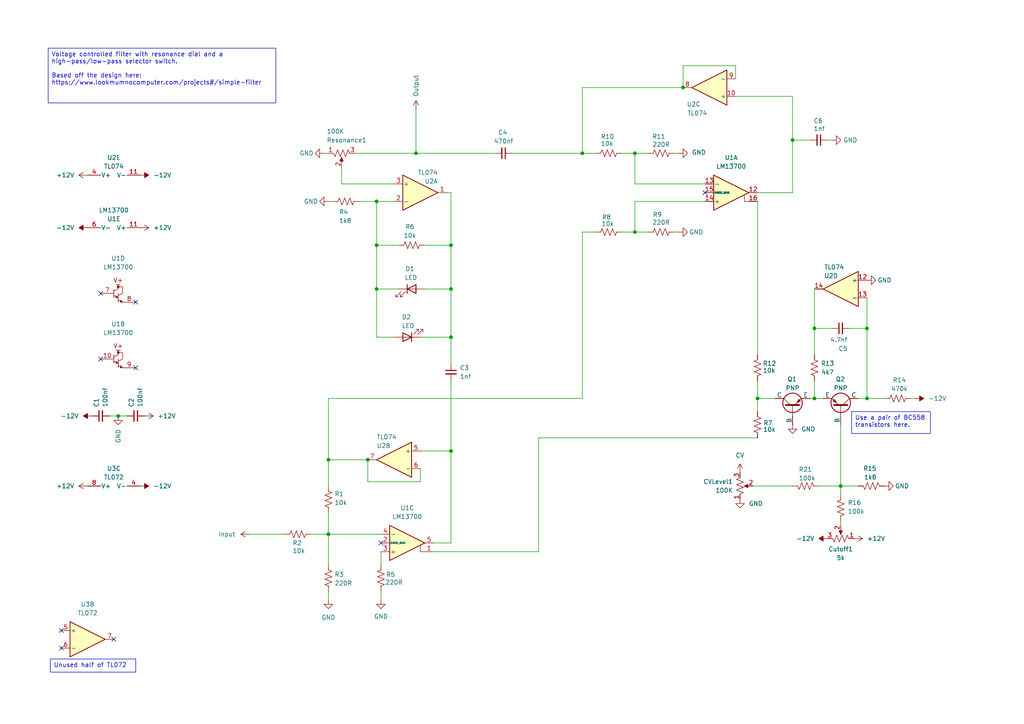
<source format=kicad_sch>
(kicad_sch (version 20231120) (generator "eeschema") (generator_version "8.0")
  (paper "A4")
  (lib_symbols
    (symbol "Amplifier_Operational:LM13700" (pin_names (offset 0.127))
      (property "Reference" "U" (at 3.81 5.08 0))
      (property "Value" "LM13700" (at 5.08 -5.08 0))
      (symbol "LM13700_1_1"
        (polyline (pts (xy 3.81 -0.635) (xy 3.81 -2.54) (xy 5.08 -2.54)))
        (polyline (pts (xy 5.08 0) (xy -5.08 -5.08) (xy -5.08 5.08) (xy 5.08 0)) (stroke (width 0.254)) (fill (type background)))
        (pin output line (at 7.62 0 180) (length 2.54) (name "~") (number "12"))
        (pin input line (at -7.62 2.54 0) (length 2.54) (name "-") (number "13"))
        (pin input line (at -7.62 -2.54 0) (length 2.54) (name "+") (number "14"))
        (pin input line (at -7.62 0 0) (length 2.54) (name "DIODE_BIAS") (number "15"))
        (pin input line (at 7.62 -2.54 180) (length 2.54) (name "~") (number "16"))
      )
      (symbol "LM13700_2_0"
        (polyline (pts (xy -1.905 2.54) (xy -3.175 2.54)))
      )
      (symbol "LM13700_2_1"
        (circle (center -2.54 1.905) (radius 0.254) (stroke (width 0.254)) (fill (type outline)))
        (polyline (pts (xy -3.81 -0.635) (xy -2.54 -1.27)))
        (polyline (pts (xy -3.81 1.27) (xy -3.81 -1.27)))
        (polyline (pts (xy -2.54 -1.905) (xy -1.27 -2.54)))
        (polyline (pts (xy -2.54 0) (xy -2.54 -2.54)))
        (polyline (pts (xy -3.81 0.635) (xy -2.54 1.27) (xy -2.54 1.905) (xy -2.54 2.54)))
        (polyline (pts (xy -2.54 -1.27) (xy -3.175 -0.635) (xy -3.175 -1.27) (xy -2.54 -1.27)) (fill (type outline)))
        (polyline (pts (xy -2.54 -0.635) (xy -1.27 0) (xy -1.27 1.905) (xy -2.54 1.905)))
        (polyline (pts (xy -1.27 -2.54) (xy -1.905 -1.905) (xy -1.905 -2.54) (xy -1.27 -2.54)) (fill (type outline)))
        (text "V+" (at -2.54 3.81 0) (effects (font (size 1.27 1.27))))
        (pin input line (at -7.62 0 0) (length 3.81) (name "~") (number "10"))
        (pin output line (at 2.54 -2.54 180) (length 3.81) (name "~") (number "9"))
      )
      (symbol "LM13700_3_1"
        (polyline (pts (xy 3.81 -0.635) (xy 3.81 -2.54) (xy 5.08 -2.54)))
        (polyline (pts (xy 5.08 0) (xy -5.08 -5.08) (xy -5.08 5.08) (xy 5.08 0)) (stroke (width 0.254)) (fill (type background)))
        (pin input line (at 7.62 -2.54 180) (length 2.54) (name "~") (number "1"))
        (pin input line (at -7.62 0 0) (length 2.54) (name "DIODE_BIAS") (number "2"))
        (pin input line (at -7.62 -2.54 0) (length 2.54) (name "+") (number "3"))
        (pin input line (at -7.62 2.54 0) (length 2.54) (name "-") (number "4"))
        (pin output line (at 7.62 0 180) (length 2.54) (name "~") (number "5"))
      )
      (symbol "LM13700_4_0"
        (polyline (pts (xy -3.175 2.54) (xy -1.905 2.54)))
        (text "V+" (at -2.54 3.81 0) (effects (font (size 1.27 1.27))))
      )
      (symbol "LM13700_4_1"
        (circle (center -2.54 1.905) (radius 0.254) (stroke (width 0.254)) (fill (type outline)))
        (polyline (pts (xy -3.81 -0.635) (xy -2.54 -1.27)))
        (polyline (pts (xy -3.81 1.27) (xy -3.81 -1.27)))
        (polyline (pts (xy -2.54 -1.905) (xy -1.27 -2.54)))
        (polyline (pts (xy -2.54 0) (xy -2.54 -2.54)))
        (polyline (pts (xy -3.81 0.635) (xy -2.54 1.27) (xy -2.54 2.54)))
        (polyline (pts (xy -2.54 -1.27) (xy -3.175 -0.635) (xy -3.175 -1.27) (xy -2.54 -1.27)) (fill (type outline)))
        (polyline (pts (xy -2.54 -0.635) (xy -1.27 0) (xy -1.27 1.905) (xy -2.54 1.905)))
        (polyline (pts (xy -1.27 -2.54) (xy -1.905 -1.905) (xy -1.905 -2.54) (xy -1.27 -2.54)) (fill (type outline)))
        (pin input line (at -7.62 0 0) (length 3.81) (name "~") (number "7"))
        (pin output line (at 2.54 -2.54 180) (length 3.81) (name "~") (number "8"))
      )
      (symbol "LM13700_5_1"
        (pin power_in line (at -2.54 7.62 270) (length 3.81) (name "V+") (number "11"))
        (pin power_in line (at -2.54 -7.62 90) (length 3.81) (name "V-") (number "6"))
      )
    )
    (symbol "Amplifier_Operational:TL072" (pin_names (offset 0.127))
      (property "Reference" "U" (at 0 5.08 0))
      (property "Value" "TL072" (at 0 -5.08 0))
      (symbol "TL072_1_1"
        (polyline (pts (xy -5.08 5.08) (xy 5.08 0) (xy -5.08 -5.08) (xy -5.08 5.08)) (stroke (width 0.254)) (fill (type background)))
        (pin output line (at 7.62 0 180) (length 2.54) (name "~") (number "1"))
        (pin input line (at -7.62 -2.54 0) (length 2.54) (name "-") (number "2"))
        (pin input line (at -7.62 2.54 0) (length 2.54) (name "+") (number "3"))
      )
      (symbol "TL072_2_1"
        (polyline (pts (xy -5.08 5.08) (xy 5.08 0) (xy -5.08 -5.08) (xy -5.08 5.08)) (stroke (width 0.254)) (fill (type background)))
        (pin input line (at -7.62 2.54 0) (length 2.54) (name "+") (number "5"))
        (pin input line (at -7.62 -2.54 0) (length 2.54) (name "-") (number "6"))
        (pin output line (at 7.62 0 180) (length 2.54) (name "~") (number "7"))
      )
      (symbol "TL072_3_1"
        (pin power_in line (at -2.54 -7.62 90) (length 3.81) (name "V-") (number "4"))
        (pin power_in line (at -2.54 7.62 270) (length 3.81) (name "V+") (number "8"))
      )
    )
    (symbol "Amplifier_Operational:TL074" (pin_names (offset 0.127))
      (property "Reference" "U" (at 0 5.08 0))
      (property "Value" "TL074" (at 0 -5.08 0))
      (symbol "TL074_1_1"
        (polyline (pts (xy -5.08 5.08) (xy 5.08 0) (xy -5.08 -5.08) (xy -5.08 5.08)) (stroke (width 0.254)) (fill (type background)))
        (pin output line (at 7.62 0 180) (length 2.54) (name "~") (number "1"))
        (pin input line (at -7.62 -2.54 0) (length 2.54) (name "-") (number "2"))
        (pin input line (at -7.62 2.54 0) (length 2.54) (name "+") (number "3"))
      )
      (symbol "TL074_2_1"
        (polyline (pts (xy -5.08 5.08) (xy 5.08 0) (xy -5.08 -5.08) (xy -5.08 5.08)) (stroke (width 0.254)) (fill (type background)))
        (pin input line (at -7.62 2.54 0) (length 2.54) (name "+") (number "5"))
        (pin input line (at -7.62 -2.54 0) (length 2.54) (name "-") (number "6"))
        (pin output line (at 7.62 0 180) (length 2.54) (name "~") (number "7"))
      )
      (symbol "TL074_3_1"
        (polyline (pts (xy -5.08 5.08) (xy 5.08 0) (xy -5.08 -5.08) (xy -5.08 5.08)) (stroke (width 0.254)) (fill (type background)))
        (pin input line (at -7.62 2.54 0) (length 2.54) (name "+") (number "10"))
        (pin output line (at 7.62 0 180) (length 2.54) (name "~") (number "8"))
        (pin input line (at -7.62 -2.54 0) (length 2.54) (name "-") (number "9"))
      )
      (symbol "TL074_4_1"
        (polyline (pts (xy -5.08 5.08) (xy 5.08 0) (xy -5.08 -5.08) (xy -5.08 5.08)) (stroke (width 0.254)) (fill (type background)))
        (pin input line (at -7.62 2.54 0) (length 2.54) (name "+") (number "12"))
        (pin input line (at -7.62 -2.54 0) (length 2.54) (name "-") (number "13"))
        (pin output line (at 7.62 0 180) (length 2.54) (name "~") (number "14"))
      )
      (symbol "TL074_5_1"
        (pin power_in line (at -2.54 -7.62 90) (length 3.81) (name "V-") (number "11"))
        (pin power_in line (at -2.54 7.62 270) (length 3.81) (name "V+") (number "4"))
      )
    )
    (symbol "Device:C_Small" (pin_numbers hide) (pin_names (offset 0.254) hide)
      (property "Reference" "C" (at 0.254 1.778 0))
      (property "Value" "C_Small" (at 0.254 -2.032 0))
      (symbol "C_Small_0_1"
        (polyline (pts (xy -1.524 -0.508) (xy 1.524 -0.508)) (stroke (width 0.3302)))
        (polyline (pts (xy -1.524 0.508) (xy 1.524 0.508)) (stroke (width 0.3048)))
      )
      (symbol "C_Small_1_1"
        (pin passive line (at 0 2.54 270) (length 2.032) (name "~") (number "1"))
        (pin passive line (at 0 -2.54 90) (length 2.032) (name "~") (number "2"))
      )
    )
    (symbol "Device:LED" (pin_numbers hide) (pin_names (offset 1.016) hide)
      (property "Reference" "D" (at 0 2.54 0))
      (property "Value" "LED" (at 0 -2.54 0))
      (symbol "LED_0_1"
        (polyline (pts (xy -1.27 -1.27) (xy -1.27 1.27)) (stroke (width 0.254)))
        (polyline (pts (xy -1.27 0) (xy 1.27 0)))
        (polyline (pts (xy 1.27 -1.27) (xy 1.27 1.27) (xy -1.27 0) (xy 1.27 -1.27)) (stroke (width 0.254)))
        (polyline (pts (xy -3.048 -0.762) (xy -4.572 -2.286) (xy -3.81 -2.286) (xy -4.572 -2.286) (xy -4.572 -1.524)))
        (polyline (pts (xy -1.778 -0.762) (xy -3.302 -2.286) (xy -2.54 -2.286) (xy -3.302 -2.286) (xy -3.302 -1.524)))
      )
      (symbol "LED_1_1"
        (pin passive line (at -3.81 0 0) (length 2.54) (name "K") (number "1"))
        (pin passive line (at 3.81 0 180) (length 2.54) (name "A") (number "2"))
      )
    )
    (symbol "Device:R_Potentiometer_US" (pin_names (offset 1.016) hide)
      (property "Reference" "RV" (at -4.445 0 90))
      (property "Value" "R_Potentiometer_US" (at -2.54 0 90))
      (symbol "R_Potentiometer_US_0_1"
        (polyline (pts (xy 0 -2.286) (xy 0 -2.54)))
        (polyline (pts (xy 0 2.54) (xy 0 2.286)))
        (polyline (pts (xy 2.54 0) (xy 1.524 0)))
        (polyline (pts (xy 1.143 0) (xy 2.286 0.508) (xy 2.286 -0.508) (xy 1.143 0)) (fill (type outline)))
        (polyline (pts (xy 0 -0.762) (xy 1.016 -1.143) (xy 0 -1.524) (xy -1.016 -1.905) (xy 0 -2.286)))
        (polyline (pts (xy 0 0.762) (xy 1.016 0.381) (xy 0 0) (xy -1.016 -0.381) (xy 0 -0.762)))
        (polyline (pts (xy 0 2.286) (xy 1.016 1.905) (xy 0 1.524) (xy -1.016 1.143) (xy 0 0.762)))
      )
      (symbol "R_Potentiometer_US_1_1"
        (pin passive line (at 0 3.81 270) (length 1.27) (name "1") (number "1"))
        (pin passive line (at 3.81 0 180) (length 1.27) (name "2") (number "2"))
        (pin passive line (at 0 -3.81 90) (length 1.27) (name "3") (number "3"))
      )
    )
    (symbol "Device:R_US" (pin_numbers hide) (pin_names (offset 0))
      (property "Reference" "R" (at 2.54 0 90))
      (property "Value" "R_US" (at -2.54 0 90))
      (symbol "R_US_0_1"
        (polyline (pts (xy 0 -2.286) (xy 0 -2.54)))
        (polyline (pts (xy 0 2.286) (xy 0 2.54)))
        (polyline (pts (xy 0 -0.762) (xy 1.016 -1.143) (xy 0 -1.524) (xy -1.016 -1.905) (xy 0 -2.286)))
        (polyline (pts (xy 0 0.762) (xy 1.016 0.381) (xy 0 0) (xy -1.016 -0.381) (xy 0 -0.762)))
        (polyline (pts (xy 0 2.286) (xy 1.016 1.905) (xy 0 1.524) (xy -1.016 1.143) (xy 0 0.762)))
      )
      (symbol "R_US_1_1"
        (pin passive line (at 0 3.81 270) (length 1.27) (name "~") (number "1"))
        (pin passive line (at 0 -3.81 90) (length 1.27) (name "~") (number "2"))
      )
    )
    (symbol "Simulation_SPICE:PNP" (pin_numbers hide) (pin_names (offset 0))
      (property "Reference" "Q" (at -2.54 7.62 0))
      (property "Value" "PNP" (at -2.54 5.08 0))
      (symbol "PNP_0_1"
        (polyline (pts (xy -2.54 0) (xy 0.635 0)) (stroke (width 0.1524)))
        (polyline (pts (xy 0.635 0.635) (xy 2.54 2.54)))
        (polyline (pts (xy 0.635 -0.635) (xy 2.54 -2.54) (xy 2.54 -2.54)))
        (polyline (pts (xy 0.635 1.905) (xy 0.635 -1.905) (xy 0.635 -1.905)) (stroke (width 0.508)))
        (polyline (pts (xy 2.286 -1.778) (xy 1.778 -2.286) (xy 1.27 -1.27) (xy 2.286 -1.778) (xy 2.286 -1.778)) (fill (type outline)))
        (circle (center 1.27 0) (radius 2.8194) (stroke (width 0.254)))
      )
      (symbol "PNP_1_1"
        (pin open_collector line (at 2.54 5.08 270) (length 2.54) (name "C") (number "1"))
        (pin input line (at -5.08 0 0) (length 2.54) (name "B") (number "2"))
        (pin open_emitter line (at 2.54 -5.08 90) (length 2.54) (name "E") (number "3"))
      )
    )
    (symbol "power:+12V" (power) (pin_names (offset 0))
      (property "Value" "+12V" (at 0 3.556 0))
      (symbol "+12V_0_1"
        (polyline (pts (xy -0.762 1.27) (xy 0 2.54)))
        (polyline (pts (xy 0 0) (xy 0 2.54)))
        (polyline (pts (xy 0 2.54) (xy 0.762 1.27)))
      )
      (symbol "+12V_1_1"
        (pin power_in line (at 0 0 90) (length 0) hide (name "+12V") (number "1"))
      )
    )
    (symbol "power:+1V0" (power) (pin_numbers hide) (pin_names (offset 0) hide)
      (property "Value" "+1V0" (at 0 3.556 0))
      (symbol "+1V0_0_1"
        (polyline (pts (xy -0.762 1.27) (xy 0 2.54)))
        (polyline (pts (xy 0 0) (xy 0 2.54)))
        (polyline (pts (xy 0 2.54) (xy 0.762 1.27)))
      )
      (symbol "+1V0_1_1"
        (pin power_in line (at 0 0 90) (length 0) (name "~") (number "1"))
      )
    )
    (symbol "power:-12V" (power) (pin_names (offset 0))
      (property "Value" "-12V" (at 0 3.81 0))
      (symbol "-12V_0_0"
        (pin power_in line (at 0 0 90) (length 0) hide (name "-12V") (number "1"))
      )
      (symbol "-12V_0_1"
        (polyline (pts (xy 0 0) (xy 0 1.27) (xy 0.762 1.27) (xy 0 2.54) (xy -0.762 1.27) (xy 0 1.27)) (fill (type outline)))
      )
    )
    (symbol "power:GND" (power) (pin_names (offset 0))
      (property "Value" "GND" (at 0 -3.81 0))
      (symbol "GND_0_1"
        (polyline (pts (xy 0 0) (xy 0 -1.27) (xy 1.27 -1.27) (xy 0 -2.54) (xy -1.27 -1.27) (xy 0 -1.27)))
      )
      (symbol "GND_1_1"
        (pin power_in line (at 0 0 270) (length 0) hide (name "GND") (number "1"))
      )
    )
  )
  (junction (at 109.22 58.42))
  (junction (at 236.22 95.25))
  (junction (at 251.46 115.57))
  (junction (at 236.22 115.57))
  (junction (at 198.12 25.4))
  (junction (at 130.81 130.81))
  (junction (at 168.91 44.45))
  (junction (at 229.87 40.64))
  (junction (at 251.46 95.25))
  (junction (at 109.22 71.12))
  (junction (at 95.25 133.35))
  (junction (at 243.84 140.97))
  (junction (at 120.65 44.45))
  (junction (at 34.29 120.65))
  (junction (at 130.81 97.79))
  (junction (at 130.81 83.82))
  (junction (at 219.71 115.57))
  (junction (at 106.68 133.35))
  (junction (at 184.15 44.45))
  (junction (at 184.15 67.31))
  (junction (at 109.22 83.82))
  (junction (at 95.25 154.94))
  (junction (at 130.81 71.12))
  (no_connect (at 17.78 182.88))
  (no_connect (at 204.47 55.88))
  (no_connect (at 17.78 187.96))
  (no_connect (at 33.02 185.42))
  (no_connect (at 39.37 87.63))
  (no_connect (at 29.21 85.09))
  (no_connect (at 39.37 106.68))
  (no_connect (at 29.21 104.14))
  (no_connect (at 110.49 157.48))
  (wire (pts (xy 236.22 115.57) (xy 234.95 115.57)))
  (wire (pts (xy 95.25 133.35) (xy 106.68 133.35)))
  (wire (pts (xy 219.71 58.42) (xy 219.71 102.87)))
  (wire (pts (xy 237.49 140.97) (xy 243.84 140.97)))
  (wire (pts (xy 195.58 67.31) (xy 196.85 67.31)))
  (wire (pts (xy 168.91 67.31) (xy 168.91 115.57)))
  (wire (pts (xy 256.54 115.57) (xy 251.46 115.57)))
  (wire (pts (xy 184.15 53.34) (xy 204.47 53.34)))
  (wire (pts (xy 219.71 115.57) (xy 219.71 119.38)))
  (wire (pts (xy 198.12 19.05) (xy 198.12 25.4)))
  (wire (pts (xy 110.49 163.83) (xy 110.49 160.02)))
  (wire (pts (xy 229.87 27.94) (xy 229.87 40.64)))
  (wire (pts (xy 229.87 40.64) (xy 234.95 40.64)))
  (wire (pts (xy 109.22 83.82) (xy 109.22 97.79)))
  (wire (pts (xy 120.65 44.45) (xy 120.65 31.75)))
  (wire (pts (xy 121.92 97.79) (xy 130.81 97.79)))
  (wire (pts (xy 130.81 110.49) (xy 130.81 130.81)))
  (wire (pts (xy 129.54 55.88) (xy 130.81 55.88)))
  (wire (pts (xy 72.39 154.94) (xy 82.55 154.94)))
  (wire (pts (xy 184.15 58.42) (xy 184.15 67.31)))
  (wire (pts (xy 109.22 83.82) (xy 115.57 83.82)))
  (wire (pts (xy 219.71 110.49) (xy 219.71 115.57)))
  (wire (pts (xy 109.22 58.42) (xy 109.22 71.12)))
  (wire (pts (xy 180.34 44.45) (xy 184.15 44.45)))
  (wire (pts (xy 95.25 173.99) (xy 95.25 171.45)))
  (wire (pts (xy 251.46 115.57) (xy 248.92 115.57)))
  (wire (pts (xy 104.14 58.42) (xy 109.22 58.42)))
  (wire (pts (xy 184.15 44.45) (xy 184.15 53.34)))
  (wire (pts (xy 130.81 83.82) (xy 130.81 97.79)))
  (wire (pts (xy 121.92 135.89) (xy 121.92 139.7)))
  (wire (pts (xy 99.06 53.34) (xy 114.3 53.34)))
  (wire (pts (xy 243.84 123.19) (xy 243.84 140.97)))
  (wire (pts (xy 168.91 67.31) (xy 172.72 67.31)))
  (wire (pts (xy 213.36 27.94) (xy 229.87 27.94)))
  (wire (pts (xy 114.3 58.42) (xy 109.22 58.42)))
  (wire (pts (xy 121.92 130.81) (xy 130.81 130.81)))
  (wire (pts (xy 123.19 71.12) (xy 130.81 71.12)))
  (wire (pts (xy 168.91 44.45) (xy 148.59 44.45)))
  (wire (pts (xy 110.49 173.99) (xy 110.49 171.45)))
  (wire (pts (xy 184.15 67.31) (xy 187.96 67.31)))
  (wire (pts (xy 95.25 115.57) (xy 168.91 115.57)))
  (wire (pts (xy 218.44 140.97) (xy 229.87 140.97)))
  (wire (pts (xy 156.21 127) (xy 219.71 127)))
  (wire (pts (xy 93.98 44.45) (xy 95.25 44.45)))
  (wire (pts (xy 243.84 140.97) (xy 248.92 140.97)))
  (wire (pts (xy 213.36 22.86) (xy 213.36 19.05)))
  (wire (pts (xy 251.46 95.25) (xy 251.46 115.57)))
  (wire (pts (xy 121.92 139.7) (xy 106.68 139.7)))
  (wire (pts (xy 120.65 44.45) (xy 143.51 44.45)))
  (wire (pts (xy 125.73 160.02) (xy 156.21 160.02)))
  (wire (pts (xy 180.34 67.31) (xy 184.15 67.31)))
  (wire (pts (xy 236.22 95.25) (xy 241.3 95.25)))
  (wire (pts (xy 99.06 48.26) (xy 99.06 53.34)))
  (wire (pts (xy 168.91 44.45) (xy 172.72 44.45)))
  (wire (pts (xy 156.21 160.02) (xy 156.21 127)))
  (wire (pts (xy 246.38 95.25) (xy 251.46 95.25)))
  (wire (pts (xy 95.25 140.97) (xy 95.25 133.35)))
  (wire (pts (xy 195.58 44.45) (xy 196.85 44.45)))
  (wire (pts (xy 264.16 115.57) (xy 265.43 115.57)))
  (wire (pts (xy 130.81 71.12) (xy 130.81 83.82)))
  (wire (pts (xy 213.36 19.05) (xy 198.12 19.05)))
  (wire (pts (xy 236.22 83.82) (xy 236.22 95.25)))
  (wire (pts (xy 219.71 115.57) (xy 224.79 115.57)))
  (wire (pts (xy 36.83 120.65) (xy 34.29 120.65)))
  (wire (pts (xy 243.84 143.51) (xy 243.84 140.97)))
  (wire (pts (xy 184.15 44.45) (xy 187.96 44.45)))
  (wire (pts (xy 34.29 120.65) (xy 31.75 120.65)))
  (wire (pts (xy 109.22 97.79) (xy 114.3 97.79)))
  (wire (pts (xy 102.87 44.45) (xy 120.65 44.45)))
  (wire (pts (xy 229.87 40.64) (xy 229.87 55.88)))
  (wire (pts (xy 130.81 130.81) (xy 130.81 157.48)))
  (wire (pts (xy 95.25 154.94) (xy 95.25 163.83)))
  (wire (pts (xy 106.68 139.7) (xy 106.68 133.35)))
  (wire (pts (xy 251.46 86.36) (xy 251.46 95.25)))
  (wire (pts (xy 95.25 154.94) (xy 110.49 154.94)))
  (wire (pts (xy 90.17 154.94) (xy 95.25 154.94)))
  (wire (pts (xy 130.81 55.88) (xy 130.81 71.12)))
  (wire (pts (xy 123.19 83.82) (xy 130.81 83.82)))
  (wire (pts (xy 240.03 40.64) (xy 241.3 40.64)))
  (wire (pts (xy 168.91 25.4) (xy 198.12 25.4)))
  (wire (pts (xy 125.73 157.48) (xy 130.81 157.48)))
  (wire (pts (xy 219.71 55.88) (xy 229.87 55.88)))
  (wire (pts (xy 95.25 148.59) (xy 95.25 154.94)))
  (wire (pts (xy 204.47 58.42) (xy 184.15 58.42)))
  (wire (pts (xy 109.22 71.12) (xy 115.57 71.12)))
  (wire (pts (xy 168.91 25.4) (xy 168.91 44.45)))
  (wire (pts (xy 95.25 115.57) (xy 95.25 133.35)))
  (wire (pts (xy 236.22 95.25) (xy 236.22 102.87)))
  (wire (pts (xy 96.52 58.42) (xy 95.25 58.42)))
  (wire (pts (xy 130.81 97.79) (xy 130.81 105.41)))
  (wire (pts (xy 236.22 110.49) (xy 236.22 115.57)))
  (wire (pts (xy 243.84 151.13) (xy 243.84 152.4)))
  (wire (pts (xy 109.22 71.12) (xy 109.22 83.82)))
  (wire (pts (xy 238.76 115.57) (xy 236.22 115.57)))
  (text_box "Unused half of TL072" (at 14.605 191.135 0) (size 24.765 3.81) (effects (font (size 1.27 1.27)) (justify left top)))
  (text_box "Use a pair of BC558 transistors here." (at 247.015 119.38 0) (size 22.86 6.35) (effects (font (size 1.27 1.27)) (justify left top)))
  (text_box "Voltage controlled filter with resonance dial and a high-pass/low-pass selector switch.\n\nBased off the design here: https://www.lookmumnocomputer.com/projects#/simple-filter" (at 13.97 13.97 0) (size 66.04 15.875) (effects (font (size 1.27 1.27)) (justify left top)))
  (symbol (lib_id "Device:R_US") (at 110.49 167.64 0) (mirror x) (unit 1)
    (property "Reference" "R5" (at 113.284 166.624 0))
    (property "Value" "220R" (at 114.3 168.91 0))
    (property "Footprint" "Resistor_THT:R_Axial_DIN0207_L6.3mm_D2.5mm_P10.16mm_Horizontal" (effects (hide yes)))
  )
  (symbol (lib_id "power:GND") (at 95.25 58.42 270) (unit 1)
    (property "Reference" "#PWR011" (effects (hide yes)))
    (property "Value" "GND" (at 90.17 58.42 90))
  )
  (symbol (lib_id "Simulation_SPICE:PNP") (at 229.87 118.11 90) (unit 1)
    (property "Reference" "Q2" (at 245.11 109.982 90) (effects (justify left)))
    (property "Value" "PNP" (at 245.872 112.522 90) (effects (justify left)))
    (property "Footprint" "Package_TO_SOT_THT:TO-92" (effects (hide yes)))
    (property "Sim.Device" "PNP" (effects (hide yes)))
    (property "Sim.Type" "GUMMELPOON" (effects (hide yes)))
    (property "Sim.Pins" "1=C 2=B 3=E" (effects (hide yes)))
  )
  (symbol (lib_id "Device:R_US") (at 95.25 167.64 0) (unit 1)
    (property "Reference" "R3" (at 97.028 166.624 0) (effects (justify left)))
    (property "Value" "220R" (at 97.028 169.164 0) (effects (justify left)))
    (property "Footprint" "Resistor_THT:R_Axial_DIN0207_L6.3mm_D2.5mm_P10.16mm_Horizontal" (effects (hide yes)))
  )
  (symbol (lib_id "Device:R_US") (at 119.38 71.12 270) (unit 1)
    (property "Reference" "R6" (at 118.872 65.786 90))
    (property "Value" "10k" (at 118.872 68.326 90))
    (property "Footprint" "Resistor_THT:R_Axial_DIN0207_L6.3mm_D2.5mm_P10.16mm_Horizontal" (effects (hide yes)))
  )
  (symbol (lib_id "Device:C_Small") (at 29.21 120.65 90) (unit 1)
    (property "Reference" "C1" (at 27.9463 118.11 0) (effects (justify left)))
    (property "Value" "100nf" (at 30.4863 118.11 0) (effects (justify left)))
    (property "Footprint" "Capacitor_THT:C_Disc_D5.0mm_W2.5mm_P2.50mm" (effects (hide yes)))
  )
  (symbol (lib_id "power:GND") (at 241.3 40.64 90) (unit 1)
    (property "Reference" "#PWR017" (effects (hide yes)))
    (property "Value" "GND" (at 246.634 40.64 90))
  )
  (symbol (lib_id "Amplifier_Operational:LM13700") (at 33.02 68.58 270) (unit 5)
    (property "Reference" "U1" (at 33.02 63.5 90))
    (property "Value" "LM13700" (at 33.02 60.96 90))
    (property "Footprint" "Package_DIP:DIP-16_W7.62mm" (effects (hide yes)))
    (property "Datasheet" "http://www.ti.com/lit/ds/symlink/lm13700.pdf" (effects (hide yes)))
  )
  (symbol (lib_id "Amplifier_Operational:TL072") (at 25.4 185.42 0) (unit 2)
    (property "Reference" "U3" (at 25.4 175.26 0))
    (property "Value" "TL072" (at 25.4 177.8 0))
    (property "Footprint" "Package_DIP:DIP-8_W7.62mm" (effects (hide yes)))
    (property "Datasheet" "http://www.ti.com/lit/ds/symlink/tl071.pdf" (effects (hide yes)))
    (property "Description" "Dual Low-Noise JFET-Input Operational Amplifiers, DIP-8/SOIC-8" (effects (hide yes)))
  )
  (symbol (lib_id "Device:R_US") (at 95.25 144.78 0) (unit 1)
    (property "Reference" "R1" (at 97.028 143.256 0) (effects (justify left)))
    (property "Value" "10k" (at 97.028 145.796 0) (effects (justify left)))
    (property "Footprint" "Resistor_THT:R_Axial_DIN0207_L6.3mm_D2.5mm_P10.16mm_Horizontal" (effects (hide yes)))
  )
  (symbol (lib_id "Amplifier_Operational:TL072") (at 33.02 138.43 90) (unit 3)
    (property "Reference" "U3" (at 33.02 135.89 90))
    (property "Value" "TL072" (at 33.02 138.43 90))
    (property "Footprint" "Package_DIP:DIP-8_W7.62mm" (effects (hide yes)))
    (property "Datasheet" "http://www.ti.com/lit/ds/symlink/tl071.pdf" (effects (hide yes)))
    (property "Description" "Dual Low-Noise JFET-Input Operational Amplifiers, DIP-8/SOIC-8" (effects (hide yes)))
  )
  (symbol (lib_id "power:GND") (at 256.54 140.97 90) (mirror x) (unit 1)
    (property "Reference" "#PWR020" (effects (hide yes)))
    (property "Value" "GND" (at 261.62 140.97 90))
  )
  (symbol (lib_id "Device:R_US") (at 219.71 106.68 0) (mirror x) (unit 1)
    (property "Reference" "R12" (at 221.234 105.41 0) (effects (justify left)))
    (property "Value" "10k" (at 221.234 107.442 0) (effects (justify left)))
    (property "Footprint" "Resistor_THT:R_Axial_DIN0207_L6.3mm_D2.5mm_P10.16mm_Horizontal" (effects (hide yes)))
  )
  (symbol (lib_id "Amplifier_Operational:LM13700") (at 212.09 55.88 0) (unit 1)
    (property "Reference" "U1" (at 212.09 45.72 0))
    (property "Value" "LM13700" (at 212.09 48.26 0))
    (property "Footprint" "Package_DIP:DIP-16_W7.62mm" (effects (hide yes)))
    (property "Datasheet" "http://www.ti.com/lit/ds/symlink/lm13700.pdf" (effects (hide yes)))
  )
  (symbol (lib_id "Device:R_US") (at 191.77 67.31 90) (unit 1)
    (property "Reference" "R9" (at 192.024 62.23 90) (effects (justify left)))
    (property "Value" "220R" (at 194.31 64.516 90) (effects (justify left)))
    (property "Footprint" "Resistor_THT:R_Axial_DIN0207_L6.3mm_D2.5mm_P10.16mm_Horizontal" (effects (hide yes)))
  )
  (symbol (lib_id "power:GND") (at 110.49 173.99 0) (mirror y) (unit 1)
    (property "Reference" "#PWR012" (effects (hide yes)))
    (property "Value" "GND" (at 108.458 178.816 0) (effects (justify right)))
  )
  (symbol (lib_id "power:GND") (at 196.85 44.45 90) (unit 1)
    (property "Reference" "#PWR016" (effects (hide yes)))
    (property "Value" "GND" (at 200.66 44.196 90) (effects (justify right)))
  )
  (symbol (lib_id "Device:C_Small") (at 39.37 120.65 90) (unit 1)
    (property "Reference" "C2" (at 38.1063 118.11 0) (effects (justify left)))
    (property "Value" "100nf" (at 40.6463 118.11 0) (effects (justify left)))
    (property "Footprint" "Capacitor_THT:C_Disc_D5.0mm_W2.5mm_P2.50mm" (effects (hide yes)))
  )
  (symbol (lib_id "power:GND") (at 95.25 173.99 0) (unit 1)
    (property "Reference" "#PWR010" (effects (hide yes)))
    (property "Value" "GND" (at 95.25 179.07 0))
  )
  (symbol (lib_id "power:+12V") (at 40.64 66.04 270) (unit 1)
    (property "Reference" "#PWR05" (effects (hide yes)))
    (property "Value" "+12V" (at 44.45 66.04 90) (effects (justify left)))
  )
  (symbol (lib_id "power:-12V") (at 240.03 156.21 90) (mirror x) (unit 1)
    (property "Reference" "#PWR021" (effects (hide yes)))
    (property "Value" "-12V" (at 236.22 156.21 90) (effects (justify left)))
  )
  (symbol (lib_id "Device:R_Potentiometer_US") (at 99.06 44.45 90) (mirror x) (unit 1) (on_board no)
    (property "Reference" "Resonance1" (at 94.742 40.64 90) (effects (justify right)))
    (property "Value" "100K" (at 94.742 38.1 90) (effects (justify right)))
    (property "Footprint" "Potentiometer_THT:Potentiometer_Piher_T-16L_Single_Vertical_Hole" (effects (hide yes)))
  )
  (symbol (lib_id "Device:R_US") (at 260.35 115.57 90) (unit 1)
    (property "Reference" "R14" (at 260.858 110.236 90))
    (property "Value" "470k" (at 260.858 112.776 90))
    (property "Footprint" "Resistor_THT:R_Axial_DIN0207_L6.3mm_D2.5mm_P10.16mm_Horizontal" (effects (hide yes)))
  )
  (symbol (lib_id "power:-12V") (at 265.43 115.57 270) (unit 1)
    (property "Reference" "#PWR018" (effects (hide yes)))
    (property "Value" "-12V" (at 269.24 115.5699 90) (effects (justify left)))
  )
  (symbol (lib_id "Device:C_Small") (at 243.84 95.25 90) (mirror x) (unit 1)
    (property "Reference" "C5" (at 245.872 101.092 90) (effects (justify left)))
    (property "Value" "4.7nf" (at 245.872 98.552 90) (effects (justify left)))
    (property "Footprint" "Capacitor_THT:C_Disc_D5.0mm_W2.5mm_P2.50mm" (effects (hide yes)))
  )
  (symbol (lib_id "Device:C_Small") (at 237.49 40.64 270) (unit 1)
    (property "Reference" "C6" (at 235.966 35.052 90) (effects (justify left)))
    (property "Value" "1nf" (at 235.966 37.338 90) (effects (justify left)))
    (property "Footprint" "Capacitor_THT:C_Disc_D5.0mm_W2.5mm_P2.50mm" (effects (hide yes)))
  )
  (symbol (lib_id "Device:LED") (at 118.11 97.79 180) (unit 1)
    (property "Reference" "D2" (at 117.856 91.948 0))
    (property "Value" "LED" (at 118.364 94.488 0))
    (property "Footprint" "LED_THT:LED_D5.0mm" (effects (hide yes)))
  )
  (symbol (lib_id "power:+12V") (at 25.4 140.97 90) (unit 1)
    (property "Reference" "#PWR015" (effects (hide yes)))
    (property "Value" "+12V" (at 21.59 140.9699 90) (effects (justify left)))
  )
  (symbol (lib_id "power:GND") (at 229.87 123.19 0) (unit 1)
    (property "Reference" "#PWR019" (effects (hide yes)))
    (property "Value" "GND" (at 232.41 124.4599 0) (effects (justify left)))
  )
  (symbol (lib_id "power:GND") (at 93.98 44.45 270) (unit 1)
    (property "Reference" "#PWR09" (effects (hide yes)))
    (property "Value" "GND" (at 86.868 44.45 90) (effects (justify left)))
  )
  (symbol (lib_id "Device:R_US") (at 233.68 140.97 90) (mirror x) (unit 1)
    (property "Reference" "R21" (at 231.648 136.144 90) (effects (justify right)))
    (property "Value" "100k" (at 231.648 138.684 90) (effects (justify right)))
    (property "Footprint" "Resistor_THT:R_Axial_DIN0207_L6.3mm_D2.5mm_P10.16mm_Horizontal" (effects (hide yes)))
  )
  (symbol (lib_id "power:-12V") (at 40.64 50.8 270) (unit 1)
    (property "Reference" "#PWR06" (effects (hide yes)))
    (property "Value" "-12V" (at 44.45 50.8 90) (effects (justify left)))
  )
  (symbol (lib_id "Device:R_US") (at 191.77 44.45 90) (unit 1)
    (property "Reference" "R11" (at 193.04 39.624 90) (effects (justify left)))
    (property "Value" "220R" (at 194.31 41.91 90) (effects (justify left)))
    (property "Footprint" "Resistor_THT:R_Axial_DIN0207_L6.3mm_D2.5mm_P10.16mm_Horizontal" (effects (hide yes)))
  )
  (symbol (lib_id "Device:R_US") (at 219.71 123.19 0) (unit 1)
    (property "Reference" "R7" (at 222.758 122.682 0))
    (property "Value" "10k" (at 223.139 124.587 0))
    (property "Footprint" "Resistor_THT:R_Axial_DIN0207_L6.3mm_D2.5mm_P10.16mm_Horizontal" (effects (hide yes)))
  )
  (symbol (lib_id "Amplifier_Operational:TL074") (at 205.74 25.4 180) (unit 3)
    (property "Reference" "U2" (at 203.2 30.226 0) (effects (justify left)))
    (property "Value" "TL074" (at 205.1685 32.8295 0) (effects (justify left)))
    (property "Footprint" "Package_DIP:DIP-14_W7.62mm" (effects (hide yes)))
    (property "Datasheet" "http://www.ti.com/lit/ds/symlink/tl071.pdf" (effects (hide yes)))
  )
  (symbol (lib_id "power:+12V") (at 41.91 120.65 270) (unit 1)
    (property "Reference" "#PWR07" (effects (hide yes)))
    (property "Value" "+12V" (at 45.72 120.65 90) (effects (justify left)))
  )
  (symbol (lib_id "Amplifier_Operational:TL074") (at 243.84 83.82 0) (mirror y) (unit 4)
    (property "Reference" "U2" (at 239.014 80.01 0) (effects (justify right)))
    (property "Value" "TL074" (at 239.014 77.47 0) (effects (justify right)))
    (property "Footprint" "Package_DIP:DIP-14_W7.62mm" (effects (hide yes)))
    (property "Datasheet" "http://www.ti.com/lit/ds/symlink/tl071.pdf" (effects (hide yes)))
  )
  (symbol (lib_id "Device:R_US") (at 243.84 147.32 0) (mirror y) (unit 1)
    (property "Reference" "R16" (at 245.872 145.796 0) (effects (justify right)))
    (property "Value" "100k" (at 245.872 148.336 0) (effects (justify right)))
    (property "Footprint" "Resistor_THT:R_Axial_DIN0207_L6.3mm_D2.5mm_P10.16mm_Horizontal" (effects (hide yes)))
  )
  (symbol (lib_id "Device:R_US") (at 86.36 154.94 270) (unit 1)
    (property "Reference" "R2" (at 84.836 157.48 90) (effects (justify left)))
    (property "Value" "10k" (at 84.836 159.766 90) (effects (justify left)))
    (property "Footprint" "Resistor_THT:R_Axial_DIN0207_L6.3mm_D2.5mm_P10.16mm_Horizontal" (effects (hide yes)))
  )
  (symbol (lib_id "Device:R_US") (at 236.22 106.68 180) (unit 1)
    (property "Reference" "R13" (at 240.03 105.41 0))
    (property "Value" "4k7" (at 240.03 107.95 0))
    (property "Footprint" "Resistor_THT:R_Axial_DIN0207_L6.3mm_D2.5mm_P10.16mm_Horizontal" (effects (hide yes)))
  )
  (symbol (lib_id "power:GND") (at 196.85 67.31 90) (unit 1)
    (property "Reference" "#PWR013" (effects (hide yes)))
    (property "Value" "GND" (at 201.93 67.31 90))
  )
  (symbol (lib_id "Device:R_Potentiometer_US") (at 214.63 140.97 0) (mirror x) (unit 1) (on_board no)
    (property "Reference" "CVLevel1" (at 212.598 139.7 0) (effects (justify right)))
    (property "Value" "100K" (at 212.598 142.24 0) (effects (justify right)))
    (property "Footprint" "Potentiometer_THT:Potentiometer_Piher_T-16H_Single_Horizontal" (effects (hide yes)))
  )
  (symbol (lib_id "power:GND") (at 214.63 144.78 0) (unit 1)
    (property "Reference" "#PWR026" (effects (hide yes)))
    (property "Value" "GND" (at 217.17 146.0499 0) (effects (justify left)))
  )
  (symbol (lib_id "Device:C_Small") (at 146.05 44.45 270) (unit 1)
    (property "Reference" "C4" (at 144.4625 38.4175 90) (effects (justify left)))
    (property "Value" "470nf" (at 143.1925 40.9575 90) (effects (justify left)))
    (property "Footprint" "Capacitor_THT:C_Disc_D5.0mm_W2.5mm_P2.50mm" (effects (hide yes)))
  )
  (symbol (lib_id "Amplifier_Operational:LM13700") (at 36.83 85.09 0) (unit 4)
    (property "Reference" "U1" (at 34.29 74.93 0))
    (property "Value" "LM13700" (at 34.29 77.47 0))
    (property "Footprint" "Package_DIP:DIP-16_W7.62mm" (effects (hide yes)))
    (property "Datasheet" "http://www.ti.com/lit/ds/symlink/lm13700.pdf" (effects (hide yes)))
  )
  (symbol (lib_id "power:+12V") (at 214.63 137.16 0) (mirror y) (unit 1)
    (property "Reference" "#PWR027" (effects (hide yes)))
    (property "Value" "CV" (at 214.63 132.08 0))
  )
  (symbol (lib_id "Device:R_Potentiometer_US") (at 243.84 156.21 270) (mirror x) (unit 1) (on_board no)
    (property "Reference" "Cutoff1" (at 243.84 159.258 90))
    (property "Value" "5k" (at 243.84 161.798 90))
    (property "Footprint" "Potentiometer_THT:Potentiometer_Piher_T-16H_Single_Horizontal" (effects (hide yes)))
  )
  (symbol (lib_id "Amplifier_Operational:TL074") (at 33.02 48.26 90) (unit 5)
    (property "Reference" "U2" (at 33.02 45.72 90))
    (property "Value" "TL074" (at 33.02 48.26 90))
    (property "Footprint" "Package_DIP:DIP-14_W7.62mm" (effects (hide yes)))
    (property "Datasheet" "http://www.ti.com/lit/ds/symlink/tl071.pdf" (effects (hide yes)))
  )
  (symbol (lib_id "power:-12V") (at 40.64 140.97 270) (unit 1)
    (property "Reference" "#PWR024" (effects (hide yes)))
    (property "Value" "-12V" (at 44.45 140.9699 90) (effects (justify left)))
  )
  (symbol (lib_id "power:+1V0") (at 72.39 154.94 90) (unit 1)
    (property "Reference" "#PWR023" (effects (hide yes)))
    (property "Value" "Input" (at 65.786 154.94 90))
    (property "Description" "Power symbol creates a global label with name \"+1V0\"" (effects (hide yes)))
  )
  (symbol (lib_id "Amplifier_Operational:TL074") (at 114.3 133.35 0) (mirror y) (unit 2)
    (property "Reference" "U2" (at 113.284 129.286 0) (effects (justify left)))
    (property "Value" "TL074" (at 115.062 126.746 0) (effects (justify left)))
    (property "Footprint" "Package_DIP:DIP-14_W7.62mm" (effects (hide yes)))
    (property "Datasheet" "http://www.ti.com/lit/ds/symlink/tl071.pdf" (effects (hide yes)))
  )
  (symbol (lib_id "power:+12V") (at 25.4 50.8 90) (unit 1)
    (property "Reference" "#PWR02" (effects (hide yes)))
    (property "Value" "+12V" (at 21.59 50.8 90) (effects (justify left)))
  )
  (symbol (lib_id "Amplifier_Operational:LM13700") (at 36.83 104.14 0) (unit 2)
    (property "Reference" "U1" (at 34.29 93.98 0))
    (property "Value" "LM13700" (at 34.29 96.52 0))
    (property "Footprint" "Package_DIP:DIP-16_W7.62mm" (effects (hide yes)))
    (property "Datasheet" "http://www.ti.com/lit/ds/symlink/lm13700.pdf" (effects (hide yes)))
  )
  (symbol (lib_id "Simulation_SPICE:PNP") (at 243.84 118.11 270) (mirror x) (unit 1)
    (property "Reference" "Q1" (at 228.346 109.982 90) (effects (justify left)))
    (property "Value" "PNP" (at 227.838 112.522 90) (effects (justify left)))
    (property "Footprint" "Package_TO_SOT_THT:TO-92" (effects (hide yes)))
    (property "Sim.Device" "PNP" (effects (hide yes)))
    (property "Sim.Type" "GUMMELPOON" (effects (hide yes)))
    (property "Sim.Pins" "1=C 2=B 3=E" (effects (hide yes)))
  )
  (symbol (lib_id "Device:R_US") (at 176.53 44.45 270) (unit 1)
    (property "Reference" "R10" (at 174.244 39.624 90) (effects (justify left)))
    (property "Value" "10k" (at 174.244 41.656 90) (effects (justify left)))
    (property "Footprint" "Resistor_THT:R_Axial_DIN0207_L6.3mm_D2.5mm_P10.16mm_Horizontal" (effects (hide yes)))
  )
  (symbol (lib_id "power:+1V0") (at 120.65 31.75 0) (unit 1)
    (property "Reference" "#PWR025" (effects (hide yes)))
    (property "Value" "Output" (at 120.65 24.892 90))
    (property "Description" "Power symbol creates a global label with name \"+1V0\"" (effects (hide yes)))
  )
  (symbol (lib_id "power:GND") (at 34.29 120.65 0) (unit 1)
    (property "Reference" "#PWR04" (effects (hide yes)))
    (property "Value" "GND" (at 34.29 124.46 90) (effects (justify right)))
  )
  (symbol (lib_id "Amplifier_Operational:TL074") (at 121.92 55.88 0) (unit 1)
    (property "Reference" "U2" (at 127 52.578 0) (effects (justify right)))
    (property "Value" "TL074" (at 127 50.038 0) (effects (justify right)))
    (property "Footprint" "Package_DIP:DIP-14_W7.62mm" (effects (hide yes)))
    (property "Datasheet" "http://www.ti.com/lit/ds/symlink/tl071.pdf" (effects (hide yes)))
  )
  (symbol (lib_id "power:+12V") (at 247.65 156.21 270) (mirror x) (unit 1)
    (property "Reference" "#PWR022" (effects (hide yes)))
    (property "Value" "+12V" (at 251.46 156.21 90) (effects (justify left)))
  )
  (symbol (lib_id "power:-12V") (at 25.4 66.04 90) (unit 1)
    (property "Reference" "#PWR01" (effects (hide yes)))
    (property "Value" "-12V" (at 21.59 66.04 90) (effects (justify left)))
  )
  (symbol (lib_id "Device:LED") (at 119.38 83.82 0) (unit 1)
    (property "Reference" "D1" (at 118.872 77.978 0))
    (property "Value" "LED" (at 119.1895 80.518 0))
    (property "Footprint" "LED_THT:LED_D5.0mm" (effects (hide yes)))
  )
  (symbol (lib_id "Amplifier_Operational:LM13700") (at 118.11 157.48 0) (unit 3)
    (property "Reference" "U1" (at 118.11 147.32 0))
    (property "Value" "LM13700" (at 118.11 149.86 0))
    (property "Footprint" "Package_DIP:DIP-16_W7.62mm" (effects (hide yes)))
    (property "Datasheet" "http://www.ti.com/lit/ds/symlink/lm13700.pdf" (effects (hide yes)))
  )
  (symbol (lib_id "power:GND") (at 251.46 81.28 90) (mirror x) (unit 1)
    (property "Reference" "#PWR014" (effects (hide yes)))
    (property "Value" "GND" (at 256.54 81.28 90))
  )
  (symbol (lib_id "Device:R_US") (at 176.53 67.31 90) (unit 1)
    (property "Reference" "R8" (at 175.895 62.992 90))
    (property "Value" "10k" (at 176.276 64.897 90))
    (property "Footprint" "Resistor_THT:R_Axial_DIN0207_L6.3mm_D2.5mm_P10.16mm_Horizontal" (effects (hide yes)))
  )
  (symbol (lib_id "Device:C_Small") (at 130.81 107.95 0) (unit 1)
    (property "Reference" "C3" (at 133.35 106.6863 0) (effects (justify left)))
    (property "Value" "1nf" (at 133.35 109.2263 0) (effects (justify left)))
    (property "Footprint" "Capacitor_THT:C_Disc_D5.0mm_W2.5mm_P2.50mm" (effects (hide yes)))
  )
  (symbol (lib_id "power:-12V") (at 26.67 120.65 90) (unit 1)
    (property "Reference" "#PWR03" (effects (hide yes)))
    (property "Value" "-12V" (at 22.86 120.65 90) (effects (justify left)))
  )
  (symbol (lib_id "Device:R_US") (at 252.73 140.97 270) (mirror x) (unit 1)
    (property "Reference" "R15" (at 254.254 135.89 90) (effects (justify right)))
    (property "Value" "1k8" (at 254.254 138.43 90) (effects (justify right)))
    (property "Footprint" "Resistor_THT:R_Axial_DIN0207_L6.3mm_D2.5mm_P10.16mm_Horizontal" (effects (hide yes)))
  )
  (symbol (lib_id "Device:R_US") (at 100.33 58.42 270) (unit 1)
    (property "Reference" "R4" (at 98.298 61.468 90) (effects (justify left)))
    (property "Value" "1k8" (at 98.298 64.008 90) (effects (justify left)))
    (property "Footprint" "Resistor_THT:R_Axial_DIN0207_L6.3mm_D2.5mm_P10.16mm_Horizontal" (effects (hide yes)))
  )
)
</source>
